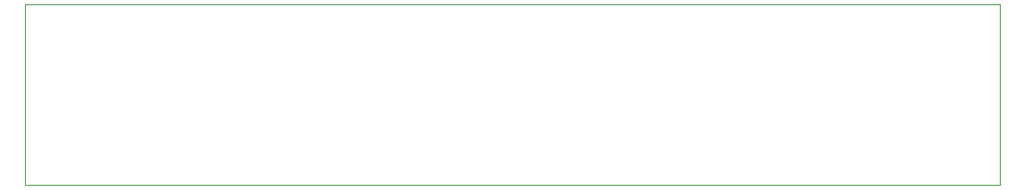
<source format=gbr>
%TF.GenerationSoftware,KiCad,Pcbnew,(5.1.10)-1*%
%TF.CreationDate,2021-07-02T15:13:39-07:00*%
%TF.ProjectId,BivalveBit,42697661-6c76-4654-9269-742e6b696361,A*%
%TF.SameCoordinates,Original*%
%TF.FileFunction,Profile,NP*%
%FSLAX46Y46*%
G04 Gerber Fmt 4.6, Leading zero omitted, Abs format (unit mm)*
G04 Created by KiCad (PCBNEW (5.1.10)-1) date 2021-07-02 15:13:39*
%MOMM*%
%LPD*%
G01*
G04 APERTURE LIST*
%TA.AperFunction,Profile*%
%ADD10C,0.050000*%
%TD*%
G04 APERTURE END LIST*
D10*
X100330000Y-120650000D02*
X196088000Y-120650000D01*
X100330000Y-120650000D02*
X100330000Y-138430000D01*
X196088000Y-138430000D02*
X196088000Y-120650000D01*
X100330000Y-138430000D02*
X196088000Y-138430000D01*
M02*

</source>
